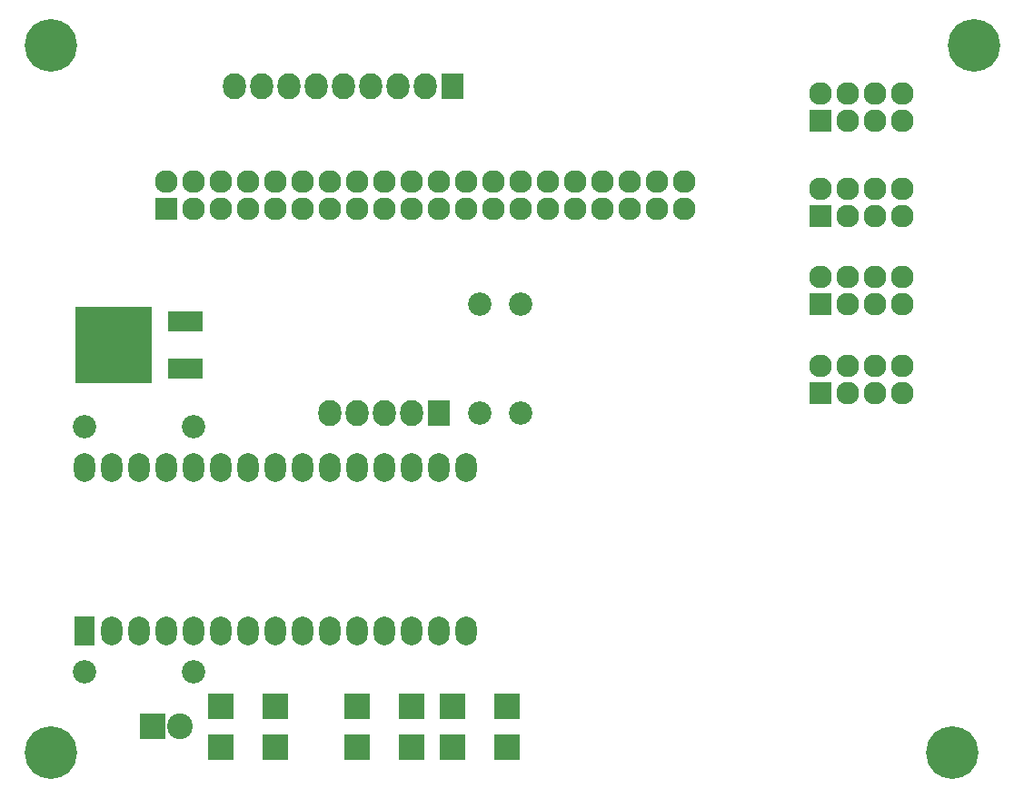
<source format=gts>
G04 #@! TF.FileFunction,Soldermask,Top*
%FSLAX46Y46*%
G04 Gerber Fmt 4.6, Leading zero omitted, Abs format (unit mm)*
G04 Created by KiCad (PCBNEW 4.0.2+e4-6225~38~ubuntu15.10.1-stable) date mar. 20 sept. 2016 08:20:47 CEST*
%MOMM*%
G01*
G04 APERTURE LIST*
%ADD10C,0.100000*%
%ADD11C,4.900000*%
%ADD12R,2.127200X2.127200*%
%ADD13O,2.127200X2.127200*%
%ADD14R,2.400000X2.400000*%
%ADD15C,2.400000*%
%ADD16C,2.178000*%
%ADD17R,2.398980X2.398980*%
%ADD18R,1.974800X2.686000*%
%ADD19O,1.974800X2.686000*%
%ADD20R,3.180000X1.950000*%
%ADD21R,7.130000X7.140000*%
%ADD22R,2.127200X2.432000*%
%ADD23O,2.127200X2.432000*%
G04 APERTURE END LIST*
D10*
D11*
X107000000Y-19000000D03*
X105000000Y-85000000D03*
X21000000Y-85000000D03*
D12*
X92710000Y-26035000D03*
D13*
X92710000Y-23495000D03*
X95250000Y-26035000D03*
X95250000Y-23495000D03*
X97790000Y-26035000D03*
X97790000Y-23495000D03*
X100330000Y-26035000D03*
X100330000Y-23495000D03*
D14*
X30480000Y-82550000D03*
D15*
X33020000Y-82550000D03*
D16*
X34290000Y-54610000D03*
X24130000Y-54610000D03*
X34290000Y-77470000D03*
X24130000Y-77470000D03*
X64770000Y-43180000D03*
X64770000Y-53340000D03*
X60960000Y-43180000D03*
X60960000Y-53340000D03*
D17*
X41910000Y-84455000D03*
X41910000Y-80645000D03*
X36830000Y-84455000D03*
X36830000Y-80645000D03*
X63500000Y-84455000D03*
X63500000Y-80645000D03*
X58420000Y-84455000D03*
X58420000Y-80645000D03*
X54610000Y-84455000D03*
X54610000Y-80645000D03*
X49530000Y-84455000D03*
X49530000Y-80645000D03*
D18*
X24130000Y-73660000D03*
D19*
X26670000Y-73660000D03*
X29210000Y-73660000D03*
X31750000Y-73660000D03*
X34290000Y-73660000D03*
X36830000Y-73660000D03*
X39370000Y-73660000D03*
X41910000Y-73660000D03*
X44450000Y-73660000D03*
X46990000Y-73660000D03*
X49530000Y-73660000D03*
X52070000Y-73660000D03*
X54610000Y-73660000D03*
X57150000Y-73660000D03*
X59690000Y-73660000D03*
X59690000Y-58420000D03*
X57150000Y-58420000D03*
X54610000Y-58420000D03*
X52070000Y-58420000D03*
X49530000Y-58420000D03*
X46990000Y-58420000D03*
X44450000Y-58420000D03*
X41910000Y-58420000D03*
X39370000Y-58420000D03*
X36830000Y-58420000D03*
X34290000Y-58420000D03*
X31750000Y-58420000D03*
X29210000Y-58420000D03*
X26670000Y-58420000D03*
X24130000Y-58420000D03*
D20*
X33510000Y-44810000D03*
D21*
X26875000Y-46990000D03*
D20*
X33510000Y-49170000D03*
D12*
X92710000Y-51435000D03*
D13*
X92710000Y-48895000D03*
X95250000Y-51435000D03*
X95250000Y-48895000D03*
X97790000Y-51435000D03*
X97790000Y-48895000D03*
X100330000Y-51435000D03*
X100330000Y-48895000D03*
D12*
X92710000Y-43180000D03*
D13*
X92710000Y-40640000D03*
X95250000Y-43180000D03*
X95250000Y-40640000D03*
X97790000Y-43180000D03*
X97790000Y-40640000D03*
X100330000Y-43180000D03*
X100330000Y-40640000D03*
D12*
X92710000Y-34925000D03*
D13*
X92710000Y-32385000D03*
X95250000Y-34925000D03*
X95250000Y-32385000D03*
X97790000Y-34925000D03*
X97790000Y-32385000D03*
X100330000Y-34925000D03*
X100330000Y-32385000D03*
D22*
X57150000Y-53340000D03*
D23*
X54610000Y-53340000D03*
X52070000Y-53340000D03*
X49530000Y-53340000D03*
X46990000Y-53340000D03*
D22*
X58420000Y-22860000D03*
D23*
X55880000Y-22860000D03*
X53340000Y-22860000D03*
X50800000Y-22860000D03*
X48260000Y-22860000D03*
X45720000Y-22860000D03*
X43180000Y-22860000D03*
X40640000Y-22860000D03*
X38100000Y-22860000D03*
D11*
X21000000Y-19000000D03*
D12*
X31750000Y-34290000D03*
D13*
X31750000Y-31750000D03*
X34290000Y-34290000D03*
X34290000Y-31750000D03*
X36830000Y-34290000D03*
X36830000Y-31750000D03*
X39370000Y-34290000D03*
X39370000Y-31750000D03*
X41910000Y-34290000D03*
X41910000Y-31750000D03*
X44450000Y-34290000D03*
X44450000Y-31750000D03*
X46990000Y-34290000D03*
X46990000Y-31750000D03*
X49530000Y-34290000D03*
X49530000Y-31750000D03*
X52070000Y-34290000D03*
X52070000Y-31750000D03*
X54610000Y-34290000D03*
X54610000Y-31750000D03*
X57150000Y-34290000D03*
X57150000Y-31750000D03*
X59690000Y-34290000D03*
X59690000Y-31750000D03*
X62230000Y-34290000D03*
X62230000Y-31750000D03*
X64770000Y-34290000D03*
X64770000Y-31750000D03*
X67310000Y-34290000D03*
X67310000Y-31750000D03*
X69850000Y-34290000D03*
X69850000Y-31750000D03*
X72390000Y-34290000D03*
X72390000Y-31750000D03*
X74930000Y-34290000D03*
X74930000Y-31750000D03*
X77470000Y-34290000D03*
X77470000Y-31750000D03*
X80010000Y-34290000D03*
X80010000Y-31750000D03*
M02*

</source>
